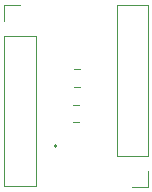
<source format=gbr>
%TF.GenerationSoftware,KiCad,Pcbnew,8.0.4-8.0.4-0~ubuntu24.04.1*%
%TF.CreationDate,2024-09-19T11:22:04+09:00*%
%TF.ProjectId,DRV8835,44525638-3833-4352-9e6b-696361645f70,rev?*%
%TF.SameCoordinates,Original*%
%TF.FileFunction,Legend,Top*%
%TF.FilePolarity,Positive*%
%FSLAX46Y46*%
G04 Gerber Fmt 4.6, Leading zero omitted, Abs format (unit mm)*
G04 Created by KiCad (PCBNEW 8.0.4-8.0.4-0~ubuntu24.04.1) date 2024-09-19 11:22:04*
%MOMM*%
%LPD*%
G01*
G04 APERTURE LIST*
%ADD10C,0.120000*%
%ADD11C,0.200000*%
G04 APERTURE END LIST*
D10*
%TO.C,C1*%
X161038748Y-69265000D02*
X161561252Y-69265000D01*
X161038748Y-70735000D02*
X161561252Y-70735000D01*
%TO.C,J2*%
X155170000Y-63820000D02*
X156500000Y-63820000D01*
X155170000Y-65150000D02*
X155170000Y-63820000D01*
X155170000Y-66420000D02*
X155170000Y-79180000D01*
X155170000Y-66420000D02*
X157830000Y-66420000D01*
X155170000Y-79180000D02*
X157830000Y-79180000D01*
X157830000Y-66420000D02*
X157830000Y-79180000D01*
%TO.C,C2*%
X160988748Y-72265000D02*
X161511252Y-72265000D01*
X160988748Y-73735000D02*
X161511252Y-73735000D01*
D11*
%TO.C,U1*%
X159625000Y-75750000D02*
G75*
G02*
X159425000Y-75750000I-100000J0D01*
G01*
X159425000Y-75750000D02*
G75*
G02*
X159625000Y-75750000I100000J0D01*
G01*
D10*
%TO.C,J1*%
X164670000Y-76600000D02*
X164670000Y-63840000D01*
X167330000Y-63840000D02*
X164670000Y-63840000D01*
X167330000Y-76600000D02*
X164670000Y-76600000D01*
X167330000Y-76600000D02*
X167330000Y-63840000D01*
X167330000Y-77870000D02*
X167330000Y-79200000D01*
X167330000Y-79200000D02*
X166000000Y-79200000D01*
%TD*%
M02*

</source>
